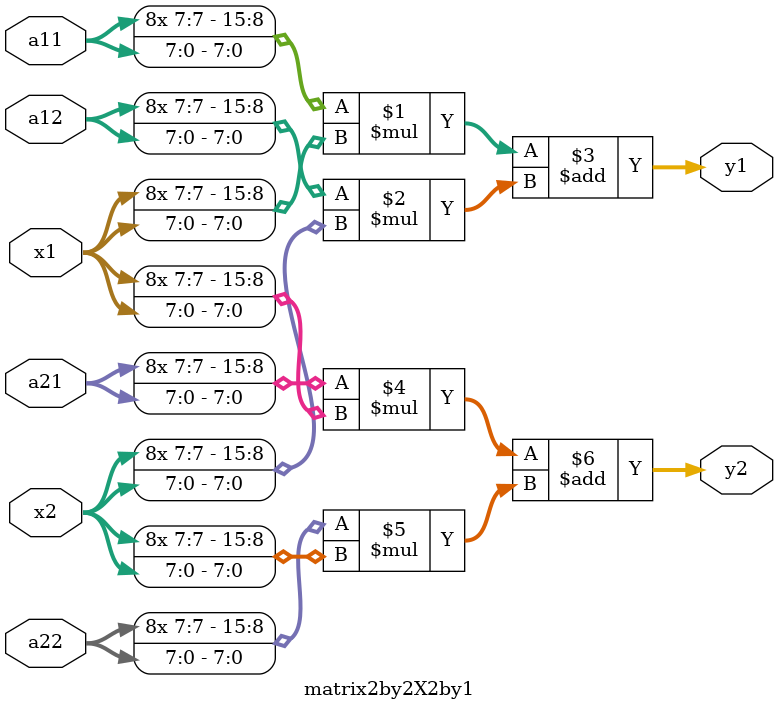
<source format=v>
`timescale 1ns / 1ps


module matrix2by2X2by1(
    input [7:0] a11, a12, a21, a22,
    input [7:0] x1, x2,
    output [15:0] y1, y2
    );
    
    assign y1 = ($signed(a11) * $signed(x1)) + ($signed(a12) * $signed(x2));
    assign y2 = ($signed(a21) * $signed(x1)) + ($signed(a22) * $signed(x2));
    
    
endmodule

</source>
